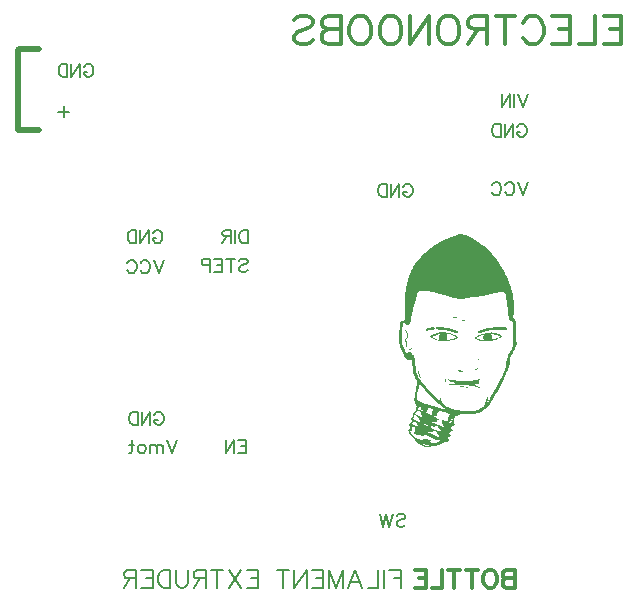
<source format=gbo>
G04 Layer: BottomSilkscreenLayer*
G04 EasyEDA v6.5.9, 2022-07-29 15:21:59*
G04 d62bb8ad4e154c8097677c42ea29ab51,674c0623d3a246009f606e19fc16e94a,10*
G04 Gerber Generator version 0.2*
G04 Scale: 100 percent, Rotated: No, Reflected: No *
G04 Dimensions in millimeters *
G04 leading zeros omitted , absolute positions ,4 integer and 5 decimal *
%FSLAX45Y45*%
%MOMM*%

%ADD10C,0.1524*%
%ADD11C,0.3000*%
%ADD12C,0.2000*%
%ADD13C,0.5000*%

%LPD*%
G36*
X3992321Y-1924710D02*
G01*
X3987850Y-1925015D01*
X3983177Y-1925726D01*
X3972509Y-1928317D01*
X3946398Y-1936597D01*
X3922014Y-1945335D01*
X3897985Y-1954987D01*
X3874363Y-1965452D01*
X3862730Y-1970989D01*
X3839819Y-1982724D01*
X3828491Y-1988921D01*
X3811778Y-1998573D01*
X3800754Y-2005279D01*
X3779113Y-2019300D01*
X3768496Y-2026615D01*
X3752748Y-2037943D01*
X3742436Y-2045766D01*
X3727196Y-2057857D01*
X3717239Y-2066137D01*
X3697630Y-2083358D01*
X3675126Y-2104491D01*
X3664559Y-2114804D01*
X3654907Y-2124608D01*
X3646068Y-2134006D01*
X3637991Y-2143099D01*
X3630523Y-2151938D01*
X3623614Y-2160778D01*
X3617163Y-2169566D01*
X3611118Y-2178507D01*
X3605326Y-2187752D01*
X3599789Y-2197303D01*
X3594354Y-2207310D01*
X3583940Y-2228291D01*
X3577336Y-2243023D01*
X3569208Y-2263394D01*
X3561842Y-2284577D01*
X3558387Y-2295499D01*
X3552088Y-2318054D01*
X3549192Y-2329688D01*
X3543960Y-2353716D01*
X3539439Y-2378710D01*
X3535578Y-2404719D01*
X3532428Y-2431897D01*
X3529939Y-2460142D01*
X3528161Y-2489555D01*
X3527044Y-2520188D01*
X3526586Y-2552039D01*
X3526180Y-2653080D01*
X3509162Y-2658160D01*
X3501542Y-2661005D01*
X3498291Y-2662732D01*
X3495446Y-2664764D01*
X3492957Y-2667152D01*
X3490772Y-2669946D01*
X3488944Y-2673248D01*
X3487369Y-2677058D01*
X3486048Y-2681478D01*
X3484981Y-2686558D01*
X3483508Y-2698953D01*
X3482746Y-2714701D01*
X3482136Y-2754020D01*
X3481019Y-2772003D01*
X3479393Y-2786227D01*
X3478428Y-2791358D01*
X3476294Y-2797911D01*
X3475532Y-2801416D01*
X3474974Y-2805328D01*
X3474820Y-2815082D01*
X3503269Y-2815082D01*
X3503422Y-2800908D01*
X3504793Y-2764028D01*
X3507130Y-2717444D01*
X3508349Y-2701188D01*
X3509924Y-2690368D01*
X3510889Y-2686659D01*
X3512007Y-2683814D01*
X3513328Y-2681732D01*
X3514902Y-2680258D01*
X3516731Y-2679242D01*
X3518865Y-2678480D01*
X3523894Y-2677820D01*
X3528720Y-2678785D01*
X3533444Y-2681427D01*
X3543096Y-2690317D01*
X3548176Y-2692958D01*
X3553206Y-2693822D01*
X3558133Y-2692908D01*
X3562756Y-2690317D01*
X3566972Y-2686050D01*
X3570630Y-2680157D01*
X3573576Y-2672689D01*
X3576370Y-2662885D01*
X3583787Y-2632608D01*
X3589121Y-2608732D01*
X3600653Y-2561742D01*
X3620566Y-2484628D01*
X3634841Y-2431796D01*
X3639667Y-2414981D01*
X3640734Y-2412644D01*
X3642461Y-2410815D01*
X3645204Y-2409393D01*
X3649218Y-2408428D01*
X3654806Y-2407767D01*
X3662273Y-2407412D01*
X3684066Y-2407462D01*
X3711448Y-2408174D01*
X3723843Y-2408834D01*
X3735679Y-2409748D01*
X3747008Y-2410968D01*
X3758133Y-2412441D01*
X3769207Y-2414270D01*
X3780332Y-2416505D01*
X3791813Y-2419096D01*
X3803700Y-2422144D01*
X3829558Y-2429662D01*
X3892092Y-2449779D01*
X3906926Y-2454148D01*
X3920947Y-2457958D01*
X3934155Y-2461260D01*
X3946702Y-2464003D01*
X3958742Y-2466238D01*
X3970324Y-2467965D01*
X3981551Y-2469184D01*
X3992524Y-2469946D01*
X4003395Y-2470251D01*
X4014215Y-2470099D01*
X4025087Y-2469489D01*
X4036161Y-2468473D01*
X4047490Y-2467102D01*
X4186834Y-2444191D01*
X4224731Y-2437434D01*
X4253382Y-2431897D01*
X4290974Y-2423769D01*
X4309262Y-2420213D01*
X4325874Y-2417775D01*
X4333494Y-2416962D01*
X4347311Y-2416200D01*
X4353407Y-2416251D01*
X4358944Y-2416556D01*
X4363872Y-2417165D01*
X4368190Y-2418029D01*
X4371898Y-2419146D01*
X4374896Y-2420569D01*
X4377232Y-2422296D01*
X4378807Y-2424277D01*
X4380890Y-2429611D01*
X4383024Y-2438196D01*
X4385005Y-2448814D01*
X4386529Y-2460294D01*
X4398060Y-2565095D01*
X4402277Y-2599740D01*
X4405884Y-2624632D01*
X4407560Y-2633878D01*
X4409236Y-2641244D01*
X4410913Y-2646984D01*
X4412589Y-2651201D01*
X4414367Y-2654147D01*
X4416298Y-2655976D01*
X4417263Y-2656586D01*
X4419447Y-2657144D01*
X4421835Y-2657094D01*
X4430014Y-2655722D01*
X4433824Y-2655874D01*
X4436922Y-2656636D01*
X4438802Y-2658059D01*
X4439259Y-2659634D01*
X4440224Y-2668016D01*
X4442358Y-2703626D01*
X4444593Y-2759913D01*
X4447082Y-2851454D01*
X4446981Y-2855417D01*
X4446422Y-2859786D01*
X4445457Y-2864510D01*
X4442510Y-2874670D01*
X4438294Y-2885490D01*
X4433112Y-2896463D01*
X4427118Y-2907182D01*
X4420565Y-2917088D01*
X4417110Y-2921609D01*
X4408474Y-2931414D01*
X4406849Y-2934004D01*
X4405223Y-2937256D01*
X4403648Y-2941167D01*
X4400499Y-2951327D01*
X4397349Y-2964637D01*
X4393996Y-2981502D01*
X4387646Y-3018891D01*
X4384751Y-3033979D01*
X4381703Y-3047695D01*
X4378502Y-3060293D01*
X4374997Y-3072079D01*
X4371187Y-3083306D01*
X4366920Y-3094228D01*
X4358233Y-3113582D01*
X4348124Y-3134156D01*
X4335678Y-3158490D01*
X4306417Y-3213506D01*
X4275734Y-3269234D01*
X4261510Y-3294329D01*
X4248912Y-3316020D01*
X4238548Y-3333140D01*
X4231081Y-3344468D01*
X4228642Y-3347618D01*
X4216400Y-3361486D01*
X4227982Y-3330448D01*
X4231436Y-3318865D01*
X4234027Y-3307587D01*
X4235450Y-3297885D01*
X4235602Y-3294126D01*
X4235500Y-3289909D01*
X4235094Y-3287369D01*
X4234383Y-3286607D01*
X4233265Y-3287725D01*
X4231741Y-3290773D01*
X4227017Y-3303168D01*
X4214215Y-3339846D01*
X4208475Y-3354171D01*
X4202887Y-3366008D01*
X4199991Y-3371087D01*
X4197045Y-3375710D01*
X4193997Y-3379927D01*
X4190695Y-3383787D01*
X4187240Y-3387293D01*
X4183481Y-3390595D01*
X4179417Y-3393694D01*
X4170222Y-3399434D01*
X4159300Y-3405022D01*
X4146346Y-3410864D01*
X4134408Y-3415792D01*
X4123893Y-3419348D01*
X4118864Y-3420668D01*
X4113733Y-3421735D01*
X4102862Y-3423208D01*
X4090162Y-3423869D01*
X4074617Y-3424021D01*
X4060240Y-3423767D01*
X4045965Y-3423158D01*
X4031843Y-3422192D01*
X4017873Y-3420872D01*
X4004157Y-3419195D01*
X3990644Y-3417214D01*
X3977487Y-3414877D01*
X3964686Y-3412286D01*
X3952240Y-3409340D01*
X3940251Y-3406140D01*
X3928770Y-3402685D01*
X3917797Y-3398977D01*
X3907383Y-3394964D01*
X3897629Y-3390747D01*
X3888536Y-3386328D01*
X3880104Y-3381654D01*
X3872484Y-3376828D01*
X3865626Y-3371748D01*
X3858361Y-3365754D01*
X3852519Y-3360470D01*
X3847846Y-3355441D01*
X3844086Y-3350361D01*
X3840987Y-3344824D01*
X3838397Y-3338525D01*
X3836009Y-3331006D01*
X3826001Y-3291789D01*
X3828694Y-3330194D01*
X3828084Y-3336594D01*
X3825189Y-3336848D01*
X3819296Y-3332581D01*
X3814470Y-3328466D01*
X3808323Y-3322828D01*
X3792728Y-3307587D01*
X3773779Y-3288284D01*
X3752799Y-3266287D01*
X3725773Y-3237230D01*
X3705047Y-3214420D01*
X3686606Y-3193491D01*
X3671671Y-3175914D01*
X3665982Y-3168802D01*
X3653891Y-3152292D01*
X3648303Y-3143910D01*
X3643376Y-3135731D01*
X3639058Y-3127603D01*
X3635248Y-3119323D01*
X3631895Y-3110585D01*
X3628948Y-3101289D01*
X3626358Y-3091129D01*
X3623970Y-3080004D01*
X3621836Y-3067608D01*
X3619804Y-3053740D01*
X3615893Y-3020923D01*
X3611219Y-2979267D01*
X3609035Y-2965145D01*
X3607917Y-2959912D01*
X3606749Y-2955798D01*
X3605529Y-2952597D01*
X3604209Y-2950210D01*
X3602736Y-2948533D01*
X3601110Y-2947416D01*
X3595776Y-2945485D01*
X3592880Y-2943453D01*
X3590899Y-2941015D01*
X3589324Y-2935071D01*
X3586886Y-2931617D01*
X3583279Y-2928315D01*
X3578860Y-2925368D01*
X3573983Y-2922981D01*
X3569004Y-2921304D01*
X3564280Y-2920644D01*
X3560114Y-2921152D01*
X3556406Y-2922676D01*
X3552494Y-2924911D01*
X3548837Y-2927553D01*
X3545941Y-2930245D01*
X3544163Y-2931566D01*
X3542233Y-2931464D01*
X3540048Y-2929890D01*
X3537508Y-2926588D01*
X3534460Y-2921406D01*
X3530854Y-2914243D01*
X3516833Y-2882188D01*
X3512972Y-2872536D01*
X3509822Y-2863799D01*
X3507384Y-2855366D01*
X3505555Y-2846781D01*
X3504285Y-2837535D01*
X3503523Y-2827121D01*
X3503269Y-2815082D01*
X3474820Y-2815082D01*
X3475685Y-2824632D01*
X3477615Y-2836316D01*
X3480562Y-2849270D01*
X3484575Y-2863392D01*
X3489604Y-2878531D01*
X3495548Y-2894685D01*
X3502507Y-2911754D01*
X3511042Y-2931058D01*
X3519779Y-2949092D01*
X3523894Y-2956763D01*
X3527856Y-2963570D01*
X3531666Y-2969514D01*
X3535426Y-2974644D01*
X3539134Y-2979064D01*
X3542842Y-2982671D01*
X3546500Y-2985617D01*
X3550259Y-2987903D01*
X3554069Y-2989529D01*
X3557981Y-2990545D01*
X3561994Y-2991053D01*
X3566210Y-2990951D01*
X3574491Y-2989732D01*
X3577742Y-2989478D01*
X3580485Y-2989783D01*
X3582822Y-2990799D01*
X3584701Y-2992628D01*
X3586276Y-2995472D01*
X3587597Y-2999536D01*
X3588715Y-3004972D01*
X3589731Y-3011881D01*
X3591661Y-3030880D01*
X3593490Y-3051606D01*
X3595471Y-3067710D01*
X3598062Y-3083102D01*
X3601212Y-3097631D01*
X3604869Y-3111195D01*
X3609035Y-3123641D01*
X3611270Y-3129432D01*
X3616096Y-3139998D01*
X3623513Y-3152800D01*
X3627018Y-3159912D01*
X3628288Y-3163570D01*
X3629304Y-3167380D01*
X3630015Y-3171494D01*
X3630422Y-3175863D01*
X3630574Y-3180689D01*
X3630371Y-3186023D01*
X3629101Y-3198368D01*
X3626612Y-3213557D01*
X3622954Y-3232200D01*
X3618636Y-3252774D01*
X3615131Y-3270707D01*
X3612489Y-3286607D01*
X3610711Y-3300729D01*
X3609701Y-3314903D01*
X3627628Y-3314903D01*
X3627882Y-3306368D01*
X3629101Y-3295751D01*
X3631133Y-3283051D01*
X3633978Y-3268522D01*
X3637686Y-3252165D01*
X3646322Y-3218637D01*
X3652316Y-3197098D01*
X3653434Y-3193796D01*
X3656025Y-3196234D01*
X3662527Y-3203143D01*
X3700475Y-3245561D01*
X3720287Y-3266592D01*
X3741623Y-3288487D01*
X3774389Y-3321050D01*
X3795420Y-3341166D01*
X3814673Y-3358997D01*
X3831183Y-3373577D01*
X3844036Y-3383991D01*
X3857701Y-3393389D01*
X3864660Y-3398621D01*
X3869029Y-3402431D01*
X3870096Y-3404362D01*
X3869283Y-3404615D01*
X3865626Y-3404463D01*
X3859428Y-3403447D01*
X3851046Y-3401669D01*
X3828745Y-3396132D01*
X3801110Y-3388512D01*
X3770426Y-3379571D01*
X3739134Y-3369970D01*
X3709466Y-3360420D01*
X3683914Y-3351580D01*
X3664712Y-3344164D01*
X3650234Y-3337306D01*
X3640632Y-3332226D01*
X3633470Y-3327857D01*
X3629710Y-3324860D01*
X3628847Y-3323285D01*
X3628186Y-3321100D01*
X3627780Y-3318256D01*
X3627628Y-3314903D01*
X3609701Y-3314903D01*
X3609594Y-3324301D01*
X3610305Y-3334156D01*
X3611829Y-3342995D01*
X3612896Y-3347110D01*
X3615690Y-3354781D01*
X3619246Y-3361944D01*
X3624529Y-3371850D01*
X3626815Y-3378708D01*
X3626256Y-3383991D01*
X3620719Y-3393236D01*
X3619093Y-3398570D01*
X3618810Y-3401212D01*
X3637330Y-3401212D01*
X3640988Y-3399790D01*
X3644290Y-3396640D01*
X3647338Y-3391966D01*
X3652113Y-3380333D01*
X3655009Y-3375253D01*
X3658158Y-3371392D01*
X3661156Y-3369462D01*
X3664254Y-3369462D01*
X3665728Y-3372256D01*
X3665728Y-3378403D01*
X3662679Y-3400806D01*
X3662883Y-3404920D01*
X3663950Y-3408121D01*
X3666185Y-3410813D01*
X3669741Y-3413302D01*
X3674872Y-3415995D01*
X3691636Y-3423564D01*
X3699662Y-3426561D01*
X3706012Y-3428034D01*
X3710940Y-3428085D01*
X3714699Y-3426612D01*
X3717493Y-3423564D01*
X3719626Y-3418890D01*
X3722674Y-3406698D01*
X3724351Y-3402279D01*
X3726535Y-3399231D01*
X3729482Y-3397453D01*
X3733444Y-3396894D01*
X3738676Y-3397453D01*
X3745331Y-3399028D01*
X3753764Y-3401517D01*
X3761333Y-3404362D01*
X3765804Y-3407257D01*
X3767582Y-3410458D01*
X3766820Y-3414318D01*
X3759454Y-3431540D01*
X3757320Y-3437686D01*
X3756151Y-3442563D01*
X3755898Y-3446424D01*
X3756507Y-3449675D01*
X3757929Y-3452520D01*
X3763721Y-3459429D01*
X3764127Y-3460242D01*
X3763924Y-3460648D01*
X3763060Y-3460699D01*
X3758895Y-3459378D01*
X3750665Y-3455974D01*
X3718864Y-3441598D01*
X3677107Y-3422294D01*
X3662781Y-3415385D01*
X3651148Y-3409492D01*
X3642715Y-3404920D01*
X3638092Y-3402025D01*
X3637330Y-3401212D01*
X3618810Y-3401212D01*
X3618484Y-3404260D01*
X3619754Y-3415842D01*
X3618636Y-3420313D01*
X3615436Y-3423665D01*
X3603853Y-3429711D01*
X3599942Y-3434384D01*
X3597554Y-3441446D01*
X3596949Y-3446170D01*
X3609136Y-3446170D01*
X3610406Y-3438956D01*
X3613658Y-3434486D01*
X3623970Y-3429000D01*
X3627882Y-3425901D01*
X3630777Y-3422548D01*
X3632250Y-3419246D01*
X3633520Y-3415487D01*
X3636010Y-3414369D01*
X3640836Y-3415944D01*
X3649116Y-3420313D01*
X3655060Y-3424224D01*
X3659632Y-3428492D01*
X3662375Y-3432606D01*
X3662934Y-3436162D01*
X3662781Y-3439515D01*
X3663543Y-3443224D01*
X3665067Y-3446830D01*
X3669233Y-3452723D01*
X3670452Y-3455720D01*
X3670757Y-3458514D01*
X3670046Y-3460750D01*
X3670300Y-3463290D01*
X3673195Y-3466846D01*
X3678224Y-3471011D01*
X3684981Y-3475278D01*
X3691940Y-3479342D01*
X3697681Y-3483000D01*
X3701542Y-3485845D01*
X3702964Y-3487470D01*
X3702151Y-3487928D01*
X3699814Y-3487420D01*
X3696157Y-3486099D01*
X3686048Y-3481374D01*
X3673601Y-3474618D01*
X3664051Y-3469030D01*
X3655974Y-3465017D01*
X3646271Y-3460800D01*
X3636111Y-3456838D01*
X3609187Y-3447694D01*
X3609136Y-3446170D01*
X3596949Y-3446170D01*
X3594963Y-3460648D01*
X3592779Y-3468268D01*
X3589782Y-3474212D01*
X3586226Y-3477971D01*
X3582060Y-3481324D01*
X3580434Y-3484930D01*
X3581152Y-3489147D01*
X3595573Y-3489147D01*
X3597097Y-3485134D01*
X3602888Y-3481628D01*
X3606342Y-3479241D01*
X3608476Y-3474669D01*
X3609441Y-3467506D01*
X3609187Y-3448202D01*
X3627374Y-3462985D01*
X3634790Y-3469640D01*
X3640937Y-3476244D01*
X3645052Y-3482035D01*
X3646576Y-3486251D01*
X3647033Y-3489198D01*
X3648252Y-3491636D01*
X3650081Y-3493262D01*
X3654298Y-3494582D01*
X3655568Y-3496513D01*
X3655974Y-3499358D01*
X3655147Y-3505758D01*
X3738829Y-3505758D01*
X3739896Y-3505250D01*
X3742690Y-3505657D01*
X3746906Y-3506876D01*
X3758437Y-3511092D01*
X3763111Y-3511905D01*
X3766413Y-3511194D01*
X3770884Y-3506927D01*
X3773424Y-3506114D01*
X3776472Y-3506470D01*
X3787952Y-3511448D01*
X3794404Y-3512108D01*
X3798773Y-3510127D01*
X3801160Y-3502761D01*
X3803345Y-3500577D01*
X3806596Y-3499053D01*
X3810609Y-3498545D01*
X3815842Y-3498240D01*
X3819042Y-3497326D01*
X3820210Y-3495852D01*
X3819347Y-3493719D01*
X3816400Y-3490874D01*
X3811320Y-3487420D01*
X3804158Y-3483254D01*
X3784955Y-3472992D01*
X3777234Y-3468319D01*
X3772458Y-3464763D01*
X3771341Y-3462832D01*
X3773119Y-3462375D01*
X3776116Y-3462731D01*
X3779926Y-3463848D01*
X3784142Y-3465576D01*
X3789934Y-3467557D01*
X3794251Y-3465829D01*
X3798417Y-3458972D01*
X3803802Y-3445764D01*
X3813149Y-3420973D01*
X3866845Y-3432962D01*
X3883355Y-3437026D01*
X3896512Y-3440684D01*
X3904640Y-3443478D01*
X3906367Y-3444392D01*
X3907028Y-3448050D01*
X3905910Y-3455365D01*
X3903218Y-3465271D01*
X3895496Y-3486708D01*
X3892956Y-3494582D01*
X3891584Y-3500577D01*
X3891534Y-3505098D01*
X3892804Y-3508349D01*
X3895394Y-3510584D01*
X3899357Y-3512108D01*
X3904742Y-3513226D01*
X3909822Y-3512921D01*
X3913886Y-3509518D01*
X3917543Y-3502050D01*
X3924808Y-3479292D01*
X3928313Y-3469944D01*
X3931615Y-3462578D01*
X3934409Y-3458210D01*
X3937304Y-3455263D01*
X3939641Y-3453231D01*
X3941470Y-3452215D01*
X3942791Y-3452164D01*
X3943604Y-3453129D01*
X3943858Y-3455009D01*
X3943604Y-3457905D01*
X3942791Y-3461765D01*
X3939641Y-3472383D01*
X3934358Y-3486912D01*
X3931564Y-3493922D01*
X3928668Y-3500475D01*
X3925773Y-3506419D01*
X3920388Y-3515817D01*
X3918000Y-3519017D01*
X3915968Y-3521049D01*
X3914343Y-3521760D01*
X3909364Y-3520846D01*
X3900728Y-3518357D01*
X3889603Y-3514648D01*
X3855161Y-3501948D01*
X3844848Y-3498545D01*
X3843832Y-3499865D01*
X3843477Y-3503422D01*
X3843680Y-3508756D01*
X3844391Y-3515156D01*
X3845560Y-3522167D01*
X3847033Y-3529177D01*
X3848760Y-3535679D01*
X3850690Y-3541014D01*
X3853332Y-3545992D01*
X3856482Y-3550513D01*
X3859784Y-3554018D01*
X3864406Y-3556914D01*
X3863797Y-3557270D01*
X3856736Y-3556254D01*
X3849725Y-3554171D01*
X3838600Y-3550158D01*
X3808628Y-3538118D01*
X3775913Y-3524148D01*
X3749649Y-3512058D01*
X3741724Y-3507943D01*
X3739591Y-3506571D01*
X3738829Y-3505758D01*
X3655147Y-3505758D01*
X3655009Y-3507282D01*
X3656736Y-3510991D01*
X3660901Y-3514293D01*
X3673754Y-3519830D01*
X3679088Y-3522472D01*
X3683152Y-3524961D01*
X3685438Y-3526993D01*
X3685946Y-3528263D01*
X3685387Y-3528923D01*
X3683812Y-3528974D01*
X3681323Y-3528466D01*
X3673957Y-3525875D01*
X3663950Y-3521456D01*
X3652012Y-3515512D01*
X3628390Y-3502660D01*
X3618433Y-3498087D01*
X3610101Y-3494989D01*
X3598113Y-3492500D01*
X3595573Y-3489147D01*
X3581152Y-3489147D01*
X3581247Y-3489706D01*
X3587648Y-3504234D01*
X3587851Y-3509518D01*
X3584346Y-3514293D01*
X3568852Y-3526434D01*
X3567509Y-3528314D01*
X3584854Y-3528314D01*
X3585413Y-3526688D01*
X3591001Y-3522929D01*
X3594455Y-3519678D01*
X3597452Y-3516020D01*
X3601770Y-3507740D01*
X3604514Y-3506114D01*
X3609187Y-3507384D01*
X3617112Y-3511499D01*
X3622548Y-3515156D01*
X3627069Y-3519322D01*
X3630066Y-3523487D01*
X3631184Y-3527196D01*
X3631641Y-3530498D01*
X3632512Y-3532886D01*
X3692702Y-3532886D01*
X3693058Y-3531615D01*
X3693464Y-3531209D01*
X3693972Y-3531057D01*
X3696766Y-3532073D01*
X3701897Y-3534664D01*
X3715765Y-3542588D01*
X3728465Y-3550462D01*
X3732072Y-3553104D01*
X3732733Y-3554120D01*
X3729736Y-3553358D01*
X3724605Y-3551224D01*
X3718102Y-3548176D01*
X3704183Y-3540760D01*
X3698341Y-3537305D01*
X3694226Y-3534562D01*
X3692702Y-3532886D01*
X3632512Y-3532886D01*
X3632809Y-3533698D01*
X3634536Y-3536391D01*
X3638600Y-3539845D01*
X3639820Y-3542029D01*
X3640277Y-3544468D01*
X3639769Y-3546906D01*
X3640632Y-3550107D01*
X3644696Y-3554628D01*
X3646915Y-3556406D01*
X3748836Y-3556406D01*
X3748989Y-3554476D01*
X3750310Y-3552951D01*
X3752748Y-3551885D01*
X3756355Y-3551377D01*
X3761130Y-3551478D01*
X3774795Y-3553256D01*
X3780434Y-3553206D01*
X3783837Y-3552190D01*
X3784955Y-3550158D01*
X3785260Y-3548176D01*
X3786124Y-3546652D01*
X3787343Y-3545687D01*
X3788816Y-3545535D01*
X3798773Y-3547465D01*
X3805529Y-3550158D01*
X3809390Y-3553764D01*
X3811208Y-3560724D01*
X3878986Y-3560724D01*
X3879799Y-3558895D01*
X3881424Y-3557117D01*
X3883558Y-3555644D01*
X3885844Y-3554628D01*
X3888079Y-3554272D01*
X3889857Y-3554628D01*
X3890772Y-3555644D01*
X3890873Y-3557117D01*
X3890060Y-3558895D01*
X3888435Y-3560724D01*
X3886301Y-3562197D01*
X3884015Y-3563162D01*
X3881780Y-3563569D01*
X3880002Y-3563162D01*
X3879087Y-3562197D01*
X3878986Y-3560724D01*
X3811208Y-3560724D01*
X3811625Y-3562350D01*
X3814368Y-3567125D01*
X3818432Y-3572052D01*
X3830421Y-3583178D01*
X3835247Y-3589528D01*
X3837025Y-3594252D01*
X3834942Y-3595979D01*
X3832402Y-3595624D01*
X3824071Y-3593490D01*
X3812743Y-3589934D01*
X3799890Y-3585514D01*
X3787038Y-3580637D01*
X3775557Y-3575913D01*
X3770884Y-3573779D01*
X3764483Y-3570478D01*
X3759200Y-3567277D01*
X3754983Y-3564229D01*
X3751834Y-3561334D01*
X3749751Y-3558743D01*
X3748836Y-3556406D01*
X3646915Y-3556406D01*
X3651351Y-3559962D01*
X3659936Y-3565448D01*
X3668674Y-3570630D01*
X3675837Y-3575253D01*
X3680663Y-3578809D01*
X3682441Y-3580790D01*
X3681526Y-3581196D01*
X3679088Y-3580485D01*
X3675379Y-3578860D01*
X3657600Y-3569208D01*
X3608070Y-3544062D01*
X3599434Y-3539490D01*
X3592931Y-3535730D01*
X3588410Y-3532733D01*
X3585768Y-3530295D01*
X3584854Y-3528314D01*
X3567509Y-3528314D01*
X3565296Y-3531412D01*
X3565347Y-3537153D01*
X3571189Y-3553510D01*
X3571646Y-3559606D01*
X3569512Y-3565093D01*
X3560267Y-3577336D01*
X3558032Y-3582619D01*
X3557927Y-3584143D01*
X3570122Y-3584143D01*
X3570325Y-3580384D01*
X3571900Y-3577437D01*
X3574796Y-3575151D01*
X3576777Y-3574796D01*
X3578402Y-3575862D01*
X3579520Y-3578199D01*
X3580333Y-3585413D01*
X3581450Y-3588969D01*
X3583076Y-3591915D01*
X3585057Y-3593744D01*
X3587191Y-3593439D01*
X3588816Y-3590086D01*
X3589832Y-3583990D01*
X3590442Y-3568192D01*
X3591204Y-3562553D01*
X3592525Y-3558387D01*
X3594506Y-3555695D01*
X3597198Y-3554425D01*
X3600653Y-3554476D01*
X3604920Y-3555847D01*
X3610101Y-3558489D01*
X3612438Y-3561283D01*
X3613810Y-3565956D01*
X3614267Y-3572052D01*
X3613861Y-3578961D01*
X3612642Y-3586124D01*
X3610821Y-3592474D01*
X3710330Y-3592474D01*
X3712006Y-3592220D01*
X3715105Y-3592829D01*
X3719118Y-3594201D01*
X3729329Y-3598570D01*
X3733444Y-3599332D01*
X3736441Y-3598519D01*
X3741165Y-3593693D01*
X3744163Y-3592829D01*
X3748074Y-3593439D01*
X3761638Y-3599332D01*
X3766616Y-3600348D01*
X3769004Y-3598519D01*
X3770376Y-3589172D01*
X3773220Y-3587445D01*
X3779062Y-3588562D01*
X3788816Y-3592474D01*
X3793286Y-3595065D01*
X3796944Y-3598367D01*
X3799433Y-3601974D01*
X3800348Y-3605529D01*
X3800906Y-3609035D01*
X3802430Y-3612743D01*
X3804716Y-3616147D01*
X3810457Y-3621633D01*
X3813251Y-3625240D01*
X3815587Y-3629151D01*
X3817162Y-3633012D01*
X3818077Y-3637686D01*
X3816299Y-3639515D01*
X3810457Y-3638600D01*
X3799027Y-3635146D01*
X3788105Y-3631184D01*
X3774490Y-3625545D01*
X3759504Y-3618890D01*
X3744468Y-3611829D01*
X3730701Y-3605022D01*
X3719576Y-3599129D01*
X3712362Y-3594709D01*
X3710635Y-3593287D01*
X3710330Y-3592474D01*
X3610821Y-3592474D01*
X3608019Y-3599129D01*
X3604768Y-3603904D01*
X3603294Y-3606546D01*
X3603802Y-3609187D01*
X3606139Y-3611829D01*
X3610356Y-3614369D01*
X3616451Y-3616858D01*
X3624275Y-3619246D01*
X3633825Y-3621532D01*
X3655364Y-3625596D01*
X3673195Y-3629558D01*
X3682593Y-3632047D01*
X3685387Y-3631742D01*
X3687064Y-3630066D01*
X3688283Y-3623411D01*
X3691534Y-3622192D01*
X3698900Y-3623462D01*
X3711905Y-3627170D01*
X3717086Y-3628847D01*
X3727704Y-3633012D01*
X3737762Y-3637787D01*
X3746042Y-3642614D01*
X3753002Y-3647592D01*
X3757879Y-3650487D01*
X3763619Y-3653383D01*
X3776929Y-3659022D01*
X3791356Y-3664051D01*
X3805529Y-3667963D01*
X3812032Y-3669334D01*
X3817975Y-3670198D01*
X3827272Y-3671011D01*
X3827779Y-3672128D01*
X3824376Y-3674211D01*
X3816959Y-3677361D01*
X3810203Y-3680510D01*
X3804208Y-3684168D01*
X3799586Y-3687978D01*
X3795268Y-3693820D01*
X3792270Y-3695446D01*
X3788105Y-3696258D01*
X3782822Y-3696309D01*
X3776319Y-3695496D01*
X3768648Y-3693922D01*
X3759809Y-3691534D01*
X3749801Y-3688283D01*
X3744112Y-3685997D01*
X3741369Y-3683711D01*
X3741267Y-3681069D01*
X3743655Y-3677716D01*
X3745839Y-3675126D01*
X3747008Y-3673043D01*
X3746754Y-3671163D01*
X3744823Y-3669385D01*
X3740912Y-3667455D01*
X3734714Y-3665220D01*
X3714140Y-3658920D01*
X3698900Y-3654653D01*
X3693769Y-3653586D01*
X3689959Y-3653180D01*
X3687013Y-3653536D01*
X3684676Y-3654602D01*
X3682593Y-3656380D01*
X3678326Y-3661308D01*
X3676142Y-3663035D01*
X3673652Y-3664000D01*
X3670401Y-3664153D01*
X3666083Y-3663543D01*
X3660292Y-3662070D01*
X3643071Y-3656634D01*
X3631133Y-3652418D01*
X3626104Y-3650335D01*
X3621633Y-3648201D01*
X3617569Y-3645966D01*
X3613810Y-3643426D01*
X3610203Y-3640632D01*
X3606647Y-3637432D01*
X3603040Y-3633774D01*
X3595268Y-3624681D01*
X3583686Y-3609594D01*
X3578047Y-3601415D01*
X3573932Y-3594557D01*
X3571290Y-3588816D01*
X3570122Y-3584143D01*
X3557927Y-3584143D01*
X3557676Y-3587800D01*
X3559251Y-3593287D01*
X3562299Y-3599383D01*
X3566820Y-3606698D01*
X3572662Y-3615029D01*
X3579672Y-3624122D01*
X3587648Y-3633876D01*
X3596386Y-3644036D01*
X3605834Y-3654450D01*
X3615740Y-3664864D01*
X3625951Y-3675126D01*
X3642142Y-3690365D01*
X3658260Y-3690365D01*
X3659733Y-3689807D01*
X3663086Y-3690213D01*
X3668725Y-3691686D01*
X3688334Y-3698036D01*
X3714242Y-3707028D01*
X3728567Y-3712464D01*
X3731920Y-3714140D01*
X3732936Y-3715308D01*
X3731717Y-3716020D01*
X3728516Y-3716375D01*
X3723436Y-3716528D01*
X3718407Y-3716274D01*
X3712667Y-3715512D01*
X3706469Y-3714292D01*
X3699967Y-3712718D01*
X3693363Y-3710838D01*
X3686810Y-3708704D01*
X3674770Y-3703878D01*
X3669588Y-3701338D01*
X3665220Y-3698849D01*
X3661867Y-3696411D01*
X3659733Y-3694125D01*
X3658362Y-3691839D01*
X3658260Y-3690365D01*
X3642142Y-3690365D01*
X3652012Y-3699001D01*
X3661460Y-3706469D01*
X3665982Y-3709670D01*
X3670452Y-3712514D01*
X3674922Y-3715054D01*
X3683914Y-3719169D01*
X3688537Y-3720744D01*
X3693312Y-3722065D01*
X3698290Y-3723081D01*
X3703472Y-3723843D01*
X3714699Y-3724656D01*
X3727399Y-3724452D01*
X3741826Y-3723386D01*
X3758336Y-3721557D01*
X3777284Y-3719017D01*
X3783584Y-3718001D01*
X3796334Y-3715054D01*
X3802684Y-3713226D01*
X3814724Y-3709009D01*
X3825290Y-3704285D01*
X3829812Y-3701897D01*
X3833672Y-3699459D01*
X3836822Y-3697020D01*
X3839108Y-3694684D01*
X3842969Y-3691991D01*
X3849370Y-3689553D01*
X3857447Y-3687622D01*
X3874058Y-3685692D01*
X3881069Y-3684320D01*
X3887215Y-3682492D01*
X3892499Y-3680256D01*
X3896868Y-3677716D01*
X3900170Y-3674973D01*
X3902354Y-3672027D01*
X3903421Y-3668979D01*
X3903218Y-3665931D01*
X3901694Y-3662883D01*
X3898798Y-3659987D01*
X3891330Y-3655212D01*
X3889552Y-3652875D01*
X3889146Y-3650335D01*
X3890060Y-3647694D01*
X3892245Y-3645052D01*
X3895648Y-3642461D01*
X3900220Y-3639972D01*
X3905961Y-3637737D01*
X3910634Y-3635654D01*
X3914190Y-3633114D01*
X3916578Y-3630218D01*
X3917797Y-3627170D01*
X3917797Y-3624072D01*
X3916578Y-3621024D01*
X3914140Y-3618229D01*
X3907180Y-3613505D01*
X3905402Y-3610762D01*
X3905046Y-3607663D01*
X3905910Y-3604412D01*
X3908044Y-3601110D01*
X3911295Y-3597859D01*
X3915664Y-3594811D01*
X3929379Y-3587800D01*
X3932986Y-3583432D01*
X3932021Y-3578656D01*
X3923436Y-3570173D01*
X3921810Y-3566668D01*
X3921404Y-3562858D01*
X3922268Y-3558946D01*
X3924249Y-3555136D01*
X3927348Y-3551478D01*
X3931513Y-3548278D01*
X3936644Y-3545636D01*
X3944620Y-3540963D01*
X3948429Y-3535375D01*
X3947922Y-3529228D01*
X3943045Y-3522827D01*
X3940606Y-3518865D01*
X3940301Y-3512565D01*
X3942232Y-3503015D01*
X3946398Y-3489350D01*
X3951427Y-3475634D01*
X3953713Y-3470757D01*
X3955948Y-3467049D01*
X3958234Y-3464356D01*
X3960622Y-3462629D01*
X3963212Y-3461664D01*
X3970883Y-3460699D01*
X3976268Y-3458972D01*
X3981653Y-3456381D01*
X3988511Y-3451606D01*
X3991000Y-3450234D01*
X3993946Y-3449065D01*
X3997451Y-3448050D01*
X4001668Y-3447237D01*
X4012895Y-3446018D01*
X4028694Y-3445357D01*
X4092143Y-3444748D01*
X4106722Y-3444341D01*
X4118508Y-3443630D01*
X4128160Y-3442512D01*
X4136339Y-3440937D01*
X4143756Y-3438855D01*
X4151071Y-3436112D01*
X4168546Y-3428187D01*
X4177080Y-3423665D01*
X4185310Y-3418890D01*
X4193235Y-3413810D01*
X4200906Y-3408273D01*
X4208424Y-3402228D01*
X4215790Y-3395675D01*
X4223105Y-3388512D01*
X4230370Y-3380638D01*
X4237685Y-3372053D01*
X4245102Y-3362706D01*
X4252620Y-3352495D01*
X4260392Y-3341319D01*
X4268368Y-3329178D01*
X4276648Y-3316020D01*
X4294327Y-3286251D01*
X4313885Y-3251504D01*
X4333951Y-3214573D01*
X4351629Y-3180994D01*
X4367022Y-3150412D01*
X4380179Y-3122676D01*
X4386021Y-3109722D01*
X4396130Y-3085592D01*
X4400448Y-3074314D01*
X4404309Y-3063494D01*
X4407712Y-3053130D01*
X4410710Y-3043174D01*
X4413250Y-3033572D01*
X4415434Y-3024276D01*
X4417161Y-3015335D01*
X4418584Y-3006598D01*
X4419600Y-2998114D01*
X4420260Y-2989834D01*
X4420819Y-2972257D01*
X4421479Y-2967177D01*
X4422698Y-2962148D01*
X4424476Y-2957118D01*
X4426864Y-2951988D01*
X4429912Y-2946552D01*
X4433722Y-2940761D01*
X4442002Y-2929128D01*
X4445965Y-2922981D01*
X4453890Y-2909163D01*
X4461052Y-2894787D01*
X4464100Y-2887929D01*
X4469790Y-2872587D01*
X4472127Y-2865018D01*
X4473702Y-2858414D01*
X4474565Y-2852318D01*
X4474718Y-2846222D01*
X4474159Y-2839720D01*
X4473041Y-2832252D01*
X4470654Y-2820162D01*
X4469536Y-2811627D01*
X4468469Y-2800908D01*
X4466844Y-2774492D01*
X4465980Y-2744266D01*
X4465828Y-2728772D01*
X4466031Y-2704642D01*
X4465980Y-2679242D01*
X4465421Y-2662224D01*
X4464812Y-2656179D01*
X4463948Y-2651455D01*
X4462780Y-2647696D01*
X4461306Y-2644749D01*
X4459478Y-2642311D01*
X4448302Y-2632151D01*
X4445355Y-2626715D01*
X4445203Y-2619705D01*
X4447895Y-2607005D01*
X4448759Y-2600502D01*
X4449470Y-2591816D01*
X4449978Y-2581300D01*
X4450435Y-2556103D01*
X4450130Y-2527858D01*
X4448911Y-2496667D01*
X4448098Y-2482951D01*
X4447082Y-2470658D01*
X4445812Y-2459329D01*
X4444238Y-2448610D01*
X4442307Y-2438095D01*
X4439920Y-2427427D01*
X4433620Y-2403906D01*
X4427728Y-2384196D01*
X4423613Y-2371191D01*
X4417110Y-2351989D01*
X4407865Y-2326843D01*
X4398060Y-2302306D01*
X4390288Y-2284222D01*
X4379366Y-2260701D01*
X4373727Y-2249170D01*
X4364939Y-2232152D01*
X4352798Y-2210003D01*
X4346498Y-2199182D01*
X4336796Y-2183282D01*
X4323384Y-2162657D01*
X4309414Y-2142693D01*
X4298645Y-2128164D01*
X4283811Y-2109470D01*
X4268520Y-2091486D01*
X4256684Y-2078482D01*
X4248708Y-2070049D01*
X4232300Y-2053793D01*
X4219752Y-2042109D01*
X4202582Y-2027224D01*
X4185005Y-2013153D01*
X4167022Y-1999945D01*
X4148632Y-1987550D01*
X4139285Y-1981657D01*
X4120286Y-1970582D01*
X4110685Y-1965350D01*
X4096054Y-1957933D01*
X4075531Y-1948586D01*
X4064304Y-1943912D01*
X4042613Y-1935683D01*
X4033367Y-1932533D01*
X4025900Y-1930400D01*
X4012133Y-1927098D01*
X4006494Y-1925929D01*
X4001414Y-1925167D01*
X3996791Y-1924761D01*
G37*
G36*
X3932885Y-2625801D02*
G01*
X3930142Y-2626360D01*
X3930497Y-2627680D01*
X3933647Y-2629814D01*
X3938422Y-2631541D01*
X3945839Y-2632862D01*
X3954830Y-2633624D01*
X3964381Y-2633776D01*
X3987444Y-2633268D01*
X3961536Y-2628442D01*
X3945128Y-2626360D01*
X3938778Y-2625852D01*
G37*
G36*
X4023360Y-2654249D02*
G01*
X4016095Y-2654350D01*
X4011472Y-2654808D01*
X4009898Y-2655417D01*
X4011726Y-2656230D01*
X4016095Y-2656890D01*
X4021429Y-2657144D01*
X4027017Y-2656941D01*
X4032250Y-2656332D01*
X4035145Y-2655570D01*
X4034434Y-2654909D01*
X4030370Y-2654401D01*
G37*
G36*
X3814572Y-2709976D02*
G01*
X3807714Y-2710180D01*
X3802024Y-2710789D01*
X3797452Y-2711856D01*
X3794048Y-2713380D01*
X3791762Y-2715310D01*
X3790594Y-2717698D01*
X3790492Y-2720594D01*
X3791458Y-2723896D01*
X3792728Y-2725521D01*
X3795014Y-2727045D01*
X3798417Y-2728417D01*
X3802989Y-2729687D01*
X3808679Y-2730804D01*
X3815587Y-2731820D01*
X3845153Y-2734868D01*
X3859174Y-2737002D01*
X3874465Y-2739847D01*
X3890111Y-2743149D01*
X3905351Y-2746806D01*
X3940606Y-2756763D01*
X3949242Y-2758948D01*
X3956558Y-2760522D01*
X3962704Y-2761538D01*
X3967734Y-2761996D01*
X3971798Y-2761843D01*
X3974896Y-2761183D01*
X3977132Y-2759913D01*
X3978656Y-2758135D01*
X3979519Y-2755747D01*
X3979773Y-2752852D01*
X3979468Y-2751328D01*
X3978605Y-2749753D01*
X3977233Y-2748178D01*
X3975252Y-2746502D01*
X3969867Y-2743098D01*
X3962603Y-2739593D01*
X3953560Y-2736037D01*
X3942943Y-2732430D01*
X3930904Y-2728925D01*
X3917543Y-2725470D01*
X3903014Y-2722219D01*
X3887520Y-2719070D01*
X3871214Y-2716174D01*
X3854196Y-2713583D01*
X3831945Y-2710942D01*
X3822649Y-2710230D01*
G37*
G36*
X4339590Y-2710180D02*
G01*
X4325315Y-2710383D01*
X4310380Y-2710992D01*
X4295089Y-2712059D01*
X4279595Y-2713532D01*
X4263999Y-2715310D01*
X4248607Y-2717444D01*
X4233570Y-2719882D01*
X4219092Y-2722524D01*
X4205274Y-2725420D01*
X4192422Y-2728518D01*
X4180636Y-2731770D01*
X4170172Y-2735122D01*
X4161180Y-2738628D01*
X4153865Y-2742133D01*
X4150868Y-2743911D01*
X4148378Y-2745689D01*
X4146397Y-2747467D01*
X4144975Y-2749245D01*
X4144111Y-2751023D01*
X4143806Y-2752801D01*
X4144010Y-2755646D01*
X4144772Y-2757982D01*
X4146143Y-2759760D01*
X4148226Y-2760929D01*
X4151071Y-2761589D01*
X4154830Y-2761691D01*
X4159605Y-2761183D01*
X4165396Y-2760116D01*
X4172407Y-2758490D01*
X4190288Y-2753461D01*
X4219092Y-2744673D01*
X4229252Y-2741879D01*
X4238752Y-2739694D01*
X4248150Y-2737967D01*
X4258005Y-2736697D01*
X4268876Y-2735732D01*
X4281322Y-2735072D01*
X4313326Y-2734259D01*
X4363821Y-2733344D01*
X4380382Y-2732532D01*
X4386122Y-2731922D01*
X4390440Y-2731211D01*
X4393539Y-2730296D01*
X4395571Y-2729179D01*
X4396790Y-2727858D01*
X4397400Y-2726283D01*
X4397552Y-2724454D01*
X4396486Y-2720187D01*
X4393031Y-2716987D01*
X4386732Y-2714548D01*
X4377029Y-2712618D01*
X4365650Y-2711246D01*
X4353102Y-2710484D01*
G37*
G36*
X3761994Y-2713634D02*
G01*
X3753154Y-2714447D01*
X3742131Y-2716072D01*
X3728821Y-2718460D01*
X3716020Y-2721406D01*
X3708095Y-2724404D01*
X3704082Y-2728061D01*
X3702964Y-2733040D01*
X3703116Y-2735935D01*
X3703726Y-2738170D01*
X3705148Y-2739694D01*
X3707587Y-2740609D01*
X3711448Y-2740964D01*
X3716934Y-2740863D01*
X3734054Y-2739339D01*
X3747414Y-2737866D01*
X3757980Y-2736443D01*
X3766007Y-2734970D01*
X3771849Y-2733294D01*
X3775811Y-2731312D01*
X3778300Y-2728874D01*
X3779520Y-2725877D01*
X3779824Y-2722219D01*
X3779265Y-2718816D01*
X3777335Y-2716225D01*
X3773932Y-2714498D01*
X3768851Y-2713634D01*
G37*
G36*
X3533190Y-2732024D02*
G01*
X3532022Y-2733395D01*
X3532378Y-2737154D01*
X3534105Y-2742692D01*
X3540353Y-2756560D01*
X3543096Y-2763164D01*
X3545281Y-2769311D01*
X3546856Y-2774950D01*
X3547821Y-2780182D01*
X3548278Y-2784957D01*
X3548075Y-2789326D01*
X3547364Y-2793288D01*
X3546043Y-2796895D01*
X3544163Y-2800146D01*
X3541674Y-2803042D01*
X3533394Y-2810103D01*
X3530498Y-2814269D01*
X3529787Y-2818485D01*
X3531057Y-2823057D01*
X3532733Y-2828086D01*
X3534308Y-2835198D01*
X3535629Y-2843479D01*
X3537000Y-2859074D01*
X3537813Y-2864916D01*
X3538829Y-2869488D01*
X3539896Y-2872841D01*
X3541064Y-2874975D01*
X3542233Y-2875788D01*
X3543350Y-2875330D01*
X3544366Y-2873654D01*
X3545281Y-2870606D01*
X3545992Y-2866288D01*
X3546449Y-2860700D01*
X3546601Y-2853740D01*
X3546144Y-2841904D01*
X3544773Y-2832608D01*
X3542436Y-2826004D01*
X3539236Y-2822041D01*
X3535883Y-2819146D01*
X3535273Y-2816606D01*
X3537610Y-2813913D01*
X3543096Y-2810459D01*
X3546297Y-2808173D01*
X3548938Y-2805226D01*
X3551072Y-2801670D01*
X3552698Y-2797556D01*
X3553764Y-2792984D01*
X3554272Y-2787904D01*
X3554272Y-2782468D01*
X3553714Y-2776626D01*
X3552647Y-2770479D01*
X3550970Y-2764078D01*
X3548786Y-2757474D01*
X3546043Y-2750718D01*
X3542487Y-2743454D01*
X3538880Y-2737510D01*
X3535629Y-2733497D01*
G37*
G36*
X3855618Y-2750972D02*
G01*
X3846677Y-2751683D01*
X3835400Y-2753360D01*
X3822598Y-2755849D01*
X3809085Y-2758998D01*
X3795674Y-2762605D01*
X3783228Y-2766415D01*
X3880459Y-2766517D01*
X3883812Y-2764840D01*
X3891584Y-2764586D01*
X3896563Y-2765145D01*
X3902710Y-2766618D01*
X3909618Y-2768854D01*
X3917086Y-2771749D01*
X3924706Y-2775102D01*
X3932275Y-2778760D01*
X3939387Y-2782570D01*
X3945788Y-2786380D01*
X3951122Y-2790037D01*
X3955135Y-2793339D01*
X3957523Y-2796184D01*
X3957929Y-2798419D01*
X3956050Y-2800248D01*
X3951935Y-2802585D01*
X3945991Y-2805328D01*
X3938676Y-2808325D01*
X3921607Y-2814472D01*
X3904386Y-2819755D01*
X3896868Y-2821736D01*
X3890619Y-2823057D01*
X3886098Y-2823565D01*
X3883812Y-2823108D01*
X3883202Y-2821178D01*
X3883456Y-2817520D01*
X3884523Y-2812796D01*
X3888333Y-2800451D01*
X3888740Y-2793746D01*
X3887470Y-2786888D01*
X3884574Y-2779318D01*
X3880916Y-2770886D01*
X3880459Y-2766517D01*
X3782936Y-2766517D01*
X3772458Y-2770327D01*
X3742842Y-2783789D01*
X3752030Y-2792628D01*
X3764483Y-2792628D01*
X3766464Y-2790393D01*
X3771900Y-2787091D01*
X3779926Y-2783179D01*
X3789781Y-2779064D01*
X3800297Y-2775102D01*
X3808882Y-2772156D01*
X3815537Y-2770225D01*
X3820261Y-2769362D01*
X3823106Y-2769565D01*
X3824173Y-2770733D01*
X3823360Y-2772968D01*
X3820820Y-2776220D01*
X3818331Y-2780436D01*
X3816858Y-2786329D01*
X3816451Y-2793593D01*
X3817162Y-2801924D01*
X3818432Y-2812186D01*
X3817874Y-2817418D01*
X3814876Y-2818841D01*
X3808882Y-2817622D01*
X3802532Y-2815539D01*
X3795420Y-2812542D01*
X3788054Y-2809036D01*
X3780891Y-2805226D01*
X3774440Y-2801366D01*
X3769258Y-2797810D01*
X3765753Y-2794812D01*
X3764483Y-2792628D01*
X3752030Y-2792628D01*
X3759403Y-2799638D01*
X3768344Y-2807004D01*
X3772814Y-2810205D01*
X3777335Y-2813050D01*
X3782009Y-2815640D01*
X3786835Y-2817876D01*
X3791864Y-2819857D01*
X3797147Y-2821635D01*
X3802735Y-2823108D01*
X3815079Y-2825496D01*
X3821887Y-2826410D01*
X3837127Y-2827731D01*
X3851960Y-2828442D01*
X3863594Y-2828747D01*
X3874262Y-2828645D01*
X3884320Y-2828137D01*
X3894074Y-2827121D01*
X3903979Y-2825597D01*
X3914444Y-2823413D01*
X3925773Y-2820568D01*
X3938371Y-2817012D01*
X3960520Y-2810205D01*
X3967987Y-2807563D01*
X3974134Y-2804871D01*
X3978249Y-2802432D01*
X3979773Y-2800604D01*
X3979113Y-2798826D01*
X3977182Y-2796590D01*
X3974185Y-2794000D01*
X3965346Y-2788005D01*
X3953611Y-2781350D01*
X3940149Y-2774543D01*
X3925874Y-2768142D01*
X3918813Y-2765247D01*
X3905402Y-2760472D01*
X3899357Y-2758694D01*
X3893921Y-2757424D01*
X3871468Y-2753156D01*
X3858971Y-2751074D01*
G37*
G36*
X4256278Y-2756611D02*
G01*
X4245051Y-2757017D01*
X4233570Y-2758084D01*
X4221988Y-2759710D01*
X4210253Y-2761945D01*
X4195203Y-2765704D01*
X4254296Y-2765704D01*
X4255160Y-2764942D01*
X4262424Y-2766314D01*
X4273448Y-2768955D01*
X4300423Y-2776575D01*
X4313174Y-2780588D01*
X4323232Y-2784144D01*
X4341164Y-2791053D01*
X4305960Y-2804718D01*
X4285488Y-2812034D01*
X4262475Y-2819654D01*
X4265320Y-2803804D01*
X4266031Y-2796133D01*
X4265320Y-2788970D01*
X4263186Y-2782366D01*
X4259681Y-2776270D01*
X4256684Y-2771749D01*
X4254855Y-2768092D01*
X4254296Y-2765704D01*
X4195203Y-2765704D01*
X4186732Y-2768193D01*
X4175048Y-2772206D01*
X4163466Y-2776829D01*
X4154474Y-2780792D01*
X4139488Y-2788158D01*
X4133646Y-2791561D01*
X4128871Y-2794762D01*
X4125214Y-2797657D01*
X4122775Y-2800350D01*
X4121721Y-2802331D01*
X4133545Y-2802331D01*
X4135780Y-2800045D01*
X4141876Y-2796286D01*
X4150868Y-2791561D01*
X4161840Y-2786430D01*
X4173626Y-2781300D01*
X4182770Y-2777591D01*
X4189476Y-2775356D01*
X4193946Y-2774543D01*
X4196435Y-2775153D01*
X4197146Y-2777185D01*
X4196334Y-2780588D01*
X4191660Y-2791561D01*
X4190847Y-2797098D01*
X4191711Y-2802737D01*
X4194251Y-2808884D01*
X4198315Y-2817469D01*
X4199839Y-2822295D01*
X4198772Y-2824429D01*
X4195267Y-2824937D01*
X4192117Y-2824581D01*
X4187494Y-2823514D01*
X4175150Y-2819806D01*
X4160926Y-2814878D01*
X4147515Y-2809697D01*
X4141876Y-2807309D01*
X4137456Y-2805176D01*
X4134561Y-2803499D01*
X4133545Y-2802331D01*
X4121721Y-2802331D01*
X4120743Y-2806090D01*
X4120540Y-2808427D01*
X4120896Y-2809544D01*
X4121861Y-2809189D01*
X4124502Y-2808986D01*
X4129379Y-2810306D01*
X4135932Y-2813050D01*
X4151020Y-2820822D01*
X4154881Y-2822346D01*
X4158894Y-2823616D01*
X4168241Y-2825496D01*
X4180332Y-2826562D01*
X4196537Y-2827121D01*
X4227728Y-2827223D01*
X4243933Y-2827070D01*
X4256786Y-2826562D01*
X4267454Y-2825597D01*
X4276801Y-2823921D01*
X4285945Y-2821381D01*
X4295800Y-2817774D01*
X4322216Y-2806547D01*
X4336389Y-2800096D01*
X4347159Y-2794812D01*
X4353153Y-2791460D01*
X4353966Y-2790647D01*
X4353255Y-2788970D01*
X4351274Y-2786888D01*
X4348175Y-2784449D01*
X4339285Y-2778861D01*
X4327956Y-2772918D01*
X4315561Y-2767380D01*
X4303420Y-2762910D01*
X4293057Y-2760167D01*
X4282998Y-2758338D01*
X4272584Y-2757170D01*
X4261764Y-2756662D01*
G37*
G36*
X4064965Y-2774696D02*
G01*
X4063796Y-2775102D01*
X4062831Y-2776677D01*
X4062425Y-2778861D01*
X4062628Y-2781401D01*
X4063390Y-2783992D01*
X4064558Y-2785872D01*
X4065473Y-2786024D01*
X4066133Y-2784449D01*
X4066489Y-2781198D01*
X4066438Y-2777947D01*
X4065879Y-2775712D01*
G37*
G36*
X3562146Y-2854960D02*
G01*
X3561181Y-2856280D01*
X3560368Y-2859024D01*
X3560114Y-2862122D01*
X3560368Y-2865170D01*
X3561181Y-2867914D01*
X3562146Y-2869234D01*
X3563010Y-2868574D01*
X3563518Y-2866136D01*
X3563721Y-2862122D01*
X3563518Y-2858058D01*
X3563010Y-2855620D01*
G37*
G36*
X3546601Y-2883255D02*
G01*
X3560876Y-2897073D01*
X3568344Y-2903829D01*
X3573373Y-2907030D01*
X3576980Y-2906928D01*
X3580028Y-2903931D01*
X3581908Y-2900730D01*
X3583482Y-2897225D01*
X3584549Y-2893771D01*
X3584956Y-2890875D01*
X3584600Y-2888742D01*
X3583533Y-2887421D01*
X3581908Y-2887014D01*
X3579926Y-2887675D01*
X3577945Y-2889351D01*
X3576320Y-2891891D01*
X3575202Y-2894888D01*
X3574186Y-2901238D01*
X3572001Y-2901848D01*
X3567684Y-2899562D01*
X3560724Y-2894380D01*
G37*
G36*
X4074109Y-2922219D02*
G01*
X4073753Y-2923946D01*
X4073042Y-2934055D01*
X4072686Y-2947924D01*
X4072636Y-2963011D01*
X4073042Y-2977438D01*
X4073702Y-2988614D01*
X4074058Y-2990799D01*
X4074363Y-2990596D01*
X4074668Y-2988106D01*
X4075074Y-2976676D01*
X4075176Y-2946654D01*
X4074871Y-2930753D01*
X4074414Y-2922879D01*
G37*
G36*
X4145686Y-2973933D02*
G01*
X4145534Y-2975000D01*
X4146550Y-2977642D01*
X4148734Y-2981756D01*
X4152188Y-2987395D01*
X4155846Y-2992577D01*
X4159148Y-2996590D01*
X4161688Y-2998978D01*
X4163161Y-2999384D01*
X4163212Y-2997758D01*
X4161993Y-2994609D01*
X4159656Y-2990392D01*
X4156456Y-2985617D01*
X4152341Y-2980232D01*
X4149191Y-2976524D01*
X4146905Y-2974441D01*
G37*
G36*
X4150563Y-3054705D02*
G01*
X4145432Y-3055620D01*
X4140758Y-3057194D01*
X4135628Y-3059836D01*
X4130497Y-3063138D01*
X4125874Y-3066694D01*
X4122165Y-3070098D01*
X4119829Y-3072993D01*
X4119372Y-3075025D01*
X4121200Y-3075787D01*
X4124248Y-3074873D01*
X4129024Y-3072434D01*
X4134916Y-3068828D01*
X4141215Y-3064408D01*
X4148683Y-3058668D01*
X4151731Y-3055620D01*
G37*
G36*
X3638346Y-3071672D02*
G01*
X3637330Y-3076143D01*
X3637330Y-3080105D01*
X3638042Y-3085338D01*
X3639413Y-3091484D01*
X3641293Y-3098342D01*
X3646220Y-3112973D01*
X3651961Y-3126841D01*
X3654907Y-3132836D01*
X3657701Y-3137763D01*
X3660292Y-3141421D01*
X3662527Y-3143504D01*
X3663848Y-3143148D01*
X3663543Y-3140252D01*
X3661867Y-3135172D01*
X3657041Y-3124403D01*
X3653078Y-3114548D01*
X3649218Y-3103422D01*
X3645865Y-3092450D01*
X3641801Y-3077057D01*
X3639769Y-3071926D01*
G37*
G36*
X3987749Y-3076143D02*
G01*
X3966972Y-3076549D01*
X3982313Y-3082899D01*
X3989527Y-3085388D01*
X3997706Y-3087471D01*
X4005884Y-3088843D01*
X4013098Y-3089351D01*
X4021429Y-3089249D01*
X4024833Y-3088436D01*
X4023715Y-3086404D01*
X4018534Y-3082594D01*
X4012996Y-3080004D01*
X4005376Y-3077921D01*
X3996639Y-3076549D01*
G37*
G36*
X4061764Y-3090976D02*
G01*
X4053738Y-3091129D01*
X4048861Y-3091586D01*
X4047591Y-3092196D01*
X4050233Y-3093008D01*
X4055618Y-3093618D01*
X4061764Y-3093821D01*
X4067911Y-3093618D01*
X4073296Y-3093008D01*
X4075988Y-3092196D01*
X4074668Y-3091586D01*
X4069842Y-3091129D01*
G37*
G36*
X3871569Y-3148126D02*
G01*
X3867861Y-3152444D01*
X3865727Y-3159556D01*
X3865372Y-3167837D01*
X3867099Y-3175762D01*
X3868877Y-3179114D01*
X3870350Y-3178657D01*
X3871620Y-3174238D01*
X3872788Y-3165602D01*
X3873347Y-3158236D01*
X3873296Y-3152495D01*
X3872687Y-3148939D01*
G37*
G36*
X3890924Y-3151530D02*
G01*
X3888892Y-3151987D01*
X3889197Y-3153105D01*
X3891432Y-3155137D01*
X3895344Y-3157778D01*
X3907129Y-3164586D01*
X3922166Y-3172409D01*
X3938219Y-3179978D01*
X3953001Y-3186176D01*
X3963111Y-3189681D01*
X3968140Y-3191713D01*
X3969054Y-3192526D01*
X3968800Y-3193186D01*
X3967276Y-3193796D01*
X3960063Y-3194812D01*
X3925925Y-3196844D01*
X3874668Y-3199434D01*
X3976878Y-3201263D01*
X4014927Y-3202381D01*
X4046880Y-3203854D01*
X4060901Y-3204718D01*
X4085488Y-3206953D01*
X4096258Y-3208274D01*
X4106265Y-3209798D01*
X4115511Y-3211525D01*
X4124147Y-3213404D01*
X4132275Y-3215538D01*
X4139996Y-3217875D01*
X4147464Y-3220466D01*
X4154728Y-3223310D01*
X4165600Y-3228086D01*
X4167073Y-3228390D01*
X4168292Y-3227984D01*
X4169105Y-3226866D01*
X4169410Y-3225190D01*
X4168749Y-3223768D01*
X4166819Y-3222091D01*
X4163720Y-3220161D01*
X4159605Y-3218129D01*
X4148886Y-3213811D01*
X4135577Y-3209391D01*
X4120743Y-3205327D01*
X4113072Y-3203498D01*
X4084828Y-3198012D01*
X4154068Y-3190849D01*
X4154068Y-3175355D01*
X4154678Y-3168497D01*
X4156405Y-3162655D01*
X4159250Y-3158083D01*
X4163009Y-3154934D01*
X4164990Y-3153714D01*
X4166057Y-3152800D01*
X4166108Y-3152190D01*
X4165193Y-3151886D01*
X4160316Y-3152190D01*
X4151376Y-3153714D01*
X4138218Y-3156508D01*
X4110939Y-3162757D01*
X4087723Y-3167176D01*
X4077157Y-3168904D01*
X4070146Y-3169564D01*
X4060596Y-3169818D01*
X4035653Y-3169259D01*
X4005834Y-3167583D01*
X3974490Y-3165043D01*
X3945128Y-3161944D01*
X3921150Y-3158490D01*
X3912260Y-3156762D01*
X3900068Y-3153206D01*
X3894886Y-3151987D01*
G37*
G36*
X3999280Y-3206496D02*
G01*
X3997706Y-3206546D01*
X3995978Y-3207207D01*
X3994353Y-3208375D01*
X3993032Y-3209848D01*
X3993845Y-3211677D01*
X3998214Y-3213557D01*
X4005326Y-3215284D01*
X4024934Y-3218078D01*
X4044645Y-3221228D01*
X4056379Y-3223615D01*
X4059529Y-3223768D01*
X4060850Y-3223107D01*
X4060088Y-3221634D01*
X4056329Y-3219602D01*
X4049318Y-3217164D01*
X4039971Y-3214624D01*
X4029354Y-3212287D01*
G37*
D10*
X1395321Y-1917291D02*
G01*
X1400401Y-1906877D01*
X1410815Y-1896463D01*
X1421229Y-1891383D01*
X1442057Y-1891383D01*
X1452471Y-1896463D01*
X1462885Y-1906877D01*
X1467965Y-1917291D01*
X1473299Y-1932785D01*
X1473299Y-1958693D01*
X1467965Y-1974441D01*
X1462885Y-1984855D01*
X1452471Y-1995269D01*
X1442057Y-2000349D01*
X1421229Y-2000349D01*
X1410815Y-1995269D01*
X1400401Y-1984855D01*
X1395321Y-1974441D01*
X1395321Y-1958693D01*
X1421229Y-1958693D02*
G01*
X1395321Y-1958693D01*
X1361031Y-1891383D02*
G01*
X1361031Y-2000349D01*
X1361031Y-1891383D02*
G01*
X1288133Y-2000349D01*
X1288133Y-1891383D02*
G01*
X1288133Y-2000349D01*
X1253843Y-1891383D02*
G01*
X1253843Y-2000349D01*
X1253843Y-1891383D02*
G01*
X1217521Y-1891383D01*
X1202027Y-1896463D01*
X1191613Y-1906877D01*
X1186533Y-1917291D01*
X1181199Y-1932785D01*
X1181199Y-1958693D01*
X1186533Y-1974441D01*
X1191613Y-1984855D01*
X1202027Y-1995269D01*
X1217521Y-2000349D01*
X1253843Y-2000349D01*
X1485900Y-2145284D02*
G01*
X1444244Y-2254250D01*
X1402842Y-2145284D02*
G01*
X1444244Y-2254250D01*
X1290573Y-2171192D02*
G01*
X1295654Y-2160778D01*
X1306068Y-2150363D01*
X1316481Y-2145284D01*
X1337310Y-2145284D01*
X1347723Y-2150363D01*
X1358137Y-2160778D01*
X1363218Y-2171192D01*
X1368552Y-2186939D01*
X1368552Y-2212847D01*
X1363218Y-2228342D01*
X1358137Y-2238755D01*
X1347723Y-2249170D01*
X1337310Y-2254250D01*
X1316481Y-2254250D01*
X1306068Y-2249170D01*
X1295654Y-2238755D01*
X1290573Y-2228342D01*
X1178305Y-2171192D02*
G01*
X1183639Y-2160778D01*
X1193800Y-2150363D01*
X1204213Y-2145284D01*
X1225042Y-2145284D01*
X1235455Y-2150363D01*
X1245870Y-2160778D01*
X1250950Y-2171192D01*
X1256284Y-2186939D01*
X1256284Y-2212847D01*
X1250950Y-2228342D01*
X1245870Y-2238755D01*
X1235455Y-2249170D01*
X1225042Y-2254250D01*
X1204213Y-2254250D01*
X1193800Y-2249170D01*
X1183639Y-2238755D01*
X1178305Y-2228342D01*
X2124456Y-2148078D02*
G01*
X2134870Y-2137663D01*
X2150363Y-2132584D01*
X2171191Y-2132584D01*
X2186686Y-2137663D01*
X2197100Y-2148078D01*
X2197100Y-2158492D01*
X2192020Y-2168905D01*
X2186686Y-2174239D01*
X2176272Y-2179320D01*
X2145029Y-2189734D01*
X2134870Y-2194813D01*
X2129536Y-2200147D01*
X2124456Y-2210562D01*
X2124456Y-2226055D01*
X2134870Y-2236470D01*
X2150363Y-2241550D01*
X2171191Y-2241550D01*
X2186686Y-2236470D01*
X2197100Y-2226055D01*
X2053590Y-2132584D02*
G01*
X2053590Y-2241550D01*
X2090165Y-2132584D02*
G01*
X2017268Y-2132584D01*
X1982977Y-2132584D02*
G01*
X1982977Y-2241550D01*
X1982977Y-2132584D02*
G01*
X1915413Y-2132584D01*
X1982977Y-2184400D02*
G01*
X1941575Y-2184400D01*
X1982977Y-2241550D02*
G01*
X1915413Y-2241550D01*
X1881123Y-2132584D02*
G01*
X1881123Y-2241550D01*
X1881123Y-2132584D02*
G01*
X1834387Y-2132584D01*
X1818894Y-2137663D01*
X1813560Y-2142997D01*
X1808479Y-2153412D01*
X1808479Y-2168905D01*
X1813560Y-2179320D01*
X1818894Y-2184400D01*
X1834387Y-2189734D01*
X1881123Y-2189734D01*
X2197100Y-1891284D02*
G01*
X2197100Y-2000250D01*
X2197100Y-1891284D02*
G01*
X2160777Y-1891284D01*
X2145029Y-1896363D01*
X2134870Y-1906778D01*
X2129536Y-1917192D01*
X2124456Y-1932939D01*
X2124456Y-1958847D01*
X2129536Y-1974342D01*
X2134870Y-1984755D01*
X2145029Y-1995170D01*
X2160777Y-2000250D01*
X2197100Y-2000250D01*
X2090165Y-1891284D02*
G01*
X2090165Y-2000250D01*
X2055875Y-1891284D02*
G01*
X2055875Y-2000250D01*
X2055875Y-1891284D02*
G01*
X2009140Y-1891284D01*
X1993391Y-1896363D01*
X1988311Y-1901697D01*
X1982977Y-1912112D01*
X1982977Y-1922526D01*
X1988311Y-1932939D01*
X1993391Y-1938020D01*
X2009140Y-1943100D01*
X2055875Y-1943100D01*
X2019300Y-1943100D02*
G01*
X1982977Y-2000250D01*
X1600200Y-3669261D02*
G01*
X1558635Y-3778364D01*
X1517073Y-3669261D02*
G01*
X1558635Y-3778364D01*
X1482783Y-3705628D02*
G01*
X1482783Y-3778364D01*
X1482783Y-3726411D02*
G01*
X1467195Y-3710825D01*
X1456804Y-3705628D01*
X1441218Y-3705628D01*
X1430827Y-3710825D01*
X1425633Y-3726411D01*
X1425633Y-3778364D01*
X1425633Y-3726411D02*
G01*
X1410045Y-3710825D01*
X1399654Y-3705628D01*
X1384068Y-3705628D01*
X1373677Y-3710825D01*
X1368483Y-3726411D01*
X1368483Y-3778364D01*
X1308214Y-3705628D02*
G01*
X1318605Y-3710825D01*
X1328996Y-3721214D01*
X1334193Y-3736802D01*
X1334193Y-3747193D01*
X1328996Y-3762778D01*
X1318605Y-3773170D01*
X1308214Y-3778364D01*
X1292628Y-3778364D01*
X1282237Y-3773170D01*
X1271846Y-3762778D01*
X1266652Y-3747193D01*
X1266652Y-3736802D01*
X1271846Y-3721214D01*
X1282237Y-3710825D01*
X1292628Y-3705628D01*
X1308214Y-3705628D01*
X1216774Y-3669261D02*
G01*
X1216774Y-3757584D01*
X1211579Y-3773170D01*
X1201188Y-3778364D01*
X1190797Y-3778364D01*
X1232362Y-3705628D02*
G01*
X1195994Y-3705628D01*
X1407967Y-3453937D02*
G01*
X1413164Y-3443546D01*
X1423555Y-3433155D01*
X1433944Y-3427961D01*
X1454726Y-3427961D01*
X1465117Y-3433155D01*
X1475508Y-3443546D01*
X1480705Y-3453937D01*
X1485900Y-3469525D01*
X1485900Y-3495502D01*
X1480705Y-3511087D01*
X1475508Y-3521478D01*
X1465117Y-3531870D01*
X1454726Y-3537064D01*
X1433944Y-3537064D01*
X1423555Y-3531870D01*
X1413164Y-3521478D01*
X1407967Y-3511087D01*
X1407967Y-3495502D01*
X1433944Y-3495502D02*
G01*
X1407967Y-3495502D01*
X1373677Y-3427961D02*
G01*
X1373677Y-3537064D01*
X1373677Y-3427961D02*
G01*
X1300942Y-3537064D01*
X1300942Y-3427961D02*
G01*
X1300942Y-3537064D01*
X1266652Y-3427961D02*
G01*
X1266652Y-3537064D01*
X1266652Y-3427961D02*
G01*
X1230284Y-3427961D01*
X1214696Y-3433155D01*
X1204305Y-3443546D01*
X1199111Y-3453937D01*
X1193914Y-3469525D01*
X1193914Y-3495502D01*
X1199111Y-3511087D01*
X1204305Y-3521478D01*
X1214696Y-3531870D01*
X1230284Y-3537064D01*
X1266652Y-3537064D01*
X2184400Y-3669261D02*
G01*
X2184400Y-3778364D01*
X2184400Y-3669261D02*
G01*
X2116858Y-3669261D01*
X2184400Y-3721214D02*
G01*
X2142835Y-3721214D01*
X2184400Y-3778364D02*
G01*
X2116858Y-3778364D01*
X2082568Y-3669261D02*
G01*
X2082568Y-3778364D01*
X2082568Y-3669261D02*
G01*
X2009833Y-3778364D01*
X2009833Y-3669261D02*
G01*
X2009833Y-3778364D01*
X811067Y-507537D02*
G01*
X816264Y-497146D01*
X826655Y-486755D01*
X837044Y-481561D01*
X857826Y-481561D01*
X868217Y-486755D01*
X878608Y-497146D01*
X883805Y-507537D01*
X889000Y-523125D01*
X889000Y-549102D01*
X883805Y-564687D01*
X878608Y-575078D01*
X868217Y-585470D01*
X857826Y-590664D01*
X837044Y-590664D01*
X826655Y-585470D01*
X816264Y-575078D01*
X811067Y-564687D01*
X811067Y-549102D01*
X837044Y-549102D02*
G01*
X811067Y-549102D01*
X776777Y-481561D02*
G01*
X776777Y-590664D01*
X776777Y-481561D02*
G01*
X704042Y-590664D01*
X704042Y-481561D02*
G01*
X704042Y-590664D01*
X669752Y-481561D02*
G01*
X669752Y-590664D01*
X669752Y-481561D02*
G01*
X633384Y-481561D01*
X617796Y-486755D01*
X607405Y-497146D01*
X602211Y-507537D01*
X597014Y-523125D01*
X597014Y-549102D01*
X602211Y-564687D01*
X607405Y-575078D01*
X617796Y-585470D01*
X633384Y-590664D01*
X669752Y-590664D01*
X639041Y-840046D02*
G01*
X639041Y-933564D01*
X685800Y-886805D02*
G01*
X592282Y-886805D01*
X3457864Y-4307146D02*
G01*
X3468255Y-4296755D01*
X3483841Y-4291561D01*
X3504623Y-4291561D01*
X3520208Y-4296755D01*
X3530600Y-4307146D01*
X3530600Y-4317537D01*
X3525405Y-4327928D01*
X3520208Y-4333125D01*
X3509817Y-4338320D01*
X3478644Y-4348711D01*
X3468255Y-4353905D01*
X3463058Y-4359102D01*
X3457864Y-4369493D01*
X3457864Y-4385078D01*
X3468255Y-4395470D01*
X3483841Y-4400664D01*
X3504623Y-4400664D01*
X3520208Y-4395470D01*
X3530600Y-4385078D01*
X3423574Y-4291561D02*
G01*
X3397595Y-4400664D01*
X3371618Y-4291561D02*
G01*
X3397595Y-4400664D01*
X3371618Y-4291561D02*
G01*
X3345642Y-4400664D01*
X3319665Y-4291561D02*
G01*
X3345642Y-4400664D01*
X3516167Y-1523537D02*
G01*
X3521364Y-1513146D01*
X3531755Y-1502755D01*
X3542144Y-1497561D01*
X3562926Y-1497561D01*
X3573317Y-1502755D01*
X3583708Y-1513146D01*
X3588905Y-1523537D01*
X3594100Y-1539125D01*
X3594100Y-1565102D01*
X3588905Y-1580687D01*
X3583708Y-1591078D01*
X3573317Y-1601470D01*
X3562926Y-1606664D01*
X3542144Y-1606664D01*
X3531755Y-1601470D01*
X3521364Y-1591078D01*
X3516167Y-1580687D01*
X3516167Y-1565102D01*
X3542144Y-1565102D02*
G01*
X3516167Y-1565102D01*
X3481877Y-1497561D02*
G01*
X3481877Y-1606664D01*
X3481877Y-1497561D02*
G01*
X3409142Y-1606664D01*
X3409142Y-1497561D02*
G01*
X3409142Y-1606664D01*
X3374852Y-1497561D02*
G01*
X3374852Y-1606664D01*
X3374852Y-1497561D02*
G01*
X3338484Y-1497561D01*
X3322896Y-1502755D01*
X3312505Y-1513146D01*
X3307311Y-1523537D01*
X3302114Y-1539125D01*
X3302114Y-1565102D01*
X3307311Y-1580687D01*
X3312505Y-1591078D01*
X3322896Y-1601470D01*
X3338484Y-1606664D01*
X3374852Y-1606664D01*
X4480328Y-1015537D02*
G01*
X4485525Y-1005146D01*
X4495916Y-994755D01*
X4506305Y-989561D01*
X4527087Y-989561D01*
X4537478Y-994755D01*
X4547870Y-1005146D01*
X4553066Y-1015537D01*
X4558261Y-1031125D01*
X4558261Y-1057102D01*
X4553066Y-1072687D01*
X4547870Y-1083078D01*
X4537478Y-1093470D01*
X4527087Y-1098664D01*
X4506305Y-1098664D01*
X4495916Y-1093470D01*
X4485525Y-1083078D01*
X4480328Y-1072687D01*
X4480328Y-1057102D01*
X4506305Y-1057102D02*
G01*
X4480328Y-1057102D01*
X4446038Y-989561D02*
G01*
X4446038Y-1098664D01*
X4446038Y-989561D02*
G01*
X4373303Y-1098664D01*
X4373303Y-989561D02*
G01*
X4373303Y-1098664D01*
X4339013Y-989561D02*
G01*
X4339013Y-1098664D01*
X4339013Y-989561D02*
G01*
X4302645Y-989561D01*
X4287057Y-994755D01*
X4276666Y-1005146D01*
X4271472Y-1015537D01*
X4266275Y-1031125D01*
X4266275Y-1057102D01*
X4271472Y-1072687D01*
X4276666Y-1083078D01*
X4287057Y-1093470D01*
X4302645Y-1098664D01*
X4339013Y-1098664D01*
X4572000Y-1484861D02*
G01*
X4530435Y-1593964D01*
X4488873Y-1484861D02*
G01*
X4530435Y-1593964D01*
X4376651Y-1510837D02*
G01*
X4381845Y-1500446D01*
X4392236Y-1490055D01*
X4402627Y-1484861D01*
X4423409Y-1484861D01*
X4433801Y-1490055D01*
X4444192Y-1500446D01*
X4449386Y-1510837D01*
X4454583Y-1526425D01*
X4454583Y-1552402D01*
X4449386Y-1567987D01*
X4444192Y-1578378D01*
X4433801Y-1588770D01*
X4423409Y-1593964D01*
X4402627Y-1593964D01*
X4392236Y-1588770D01*
X4381845Y-1578378D01*
X4376651Y-1567987D01*
X4264428Y-1510837D02*
G01*
X4269625Y-1500446D01*
X4280014Y-1490055D01*
X4290405Y-1484861D01*
X4311187Y-1484861D01*
X4321578Y-1490055D01*
X4331970Y-1500446D01*
X4337164Y-1510837D01*
X4342361Y-1526425D01*
X4342361Y-1552402D01*
X4337164Y-1567987D01*
X4331970Y-1578378D01*
X4321578Y-1588770D01*
X4311187Y-1593964D01*
X4290405Y-1593964D01*
X4280014Y-1588770D01*
X4269625Y-1578378D01*
X4264428Y-1567987D01*
X4572000Y-735561D02*
G01*
X4530435Y-844664D01*
X4488873Y-735561D02*
G01*
X4530435Y-844664D01*
X4454583Y-735561D02*
G01*
X4454583Y-844664D01*
X4420293Y-735561D02*
G01*
X4420293Y-844664D01*
X4420293Y-735561D02*
G01*
X4347555Y-844664D01*
X4347555Y-735561D02*
G01*
X4347555Y-844664D01*
D11*
X5359400Y-77927D02*
G01*
X5359400Y-316562D01*
X5359400Y-77927D02*
G01*
X5211673Y-77927D01*
X5359400Y-191564D02*
G01*
X5268490Y-191564D01*
X5359400Y-316562D02*
G01*
X5211673Y-316562D01*
X5136672Y-77927D02*
G01*
X5136672Y-316562D01*
X5136672Y-316562D02*
G01*
X5000310Y-316562D01*
X4925308Y-77927D02*
G01*
X4925308Y-316562D01*
X4925308Y-77927D02*
G01*
X4777582Y-77927D01*
X4925308Y-191564D02*
G01*
X4834399Y-191564D01*
X4925308Y-316562D02*
G01*
X4777582Y-316562D01*
X4532127Y-134744D02*
G01*
X4543491Y-112019D01*
X4566218Y-89291D01*
X4588944Y-77927D01*
X4634400Y-77927D01*
X4657128Y-89291D01*
X4679853Y-112019D01*
X4691217Y-134744D01*
X4702581Y-168836D01*
X4702581Y-225653D01*
X4691217Y-259745D01*
X4679853Y-282473D01*
X4657128Y-305198D01*
X4634400Y-316562D01*
X4588944Y-316562D01*
X4566218Y-305198D01*
X4543491Y-282473D01*
X4532127Y-259745D01*
X4377580Y-77927D02*
G01*
X4377580Y-316562D01*
X4457128Y-77927D02*
G01*
X4298035Y-77927D01*
X4223037Y-77927D02*
G01*
X4223037Y-316562D01*
X4223037Y-77927D02*
G01*
X4120763Y-77927D01*
X4086672Y-89291D01*
X4075308Y-100655D01*
X4063946Y-123383D01*
X4063946Y-146108D01*
X4075308Y-168836D01*
X4086672Y-180200D01*
X4120763Y-191564D01*
X4223037Y-191564D01*
X4143491Y-191564D02*
G01*
X4063946Y-316562D01*
X3920764Y-77927D02*
G01*
X3943489Y-89291D01*
X3966217Y-112019D01*
X3977581Y-134744D01*
X3988945Y-168836D01*
X3988945Y-225653D01*
X3977581Y-259745D01*
X3966217Y-282473D01*
X3943489Y-305198D01*
X3920764Y-316562D01*
X3875308Y-316562D01*
X3852580Y-305198D01*
X3829855Y-282473D01*
X3818491Y-259745D01*
X3807127Y-225653D01*
X3807127Y-168836D01*
X3818491Y-134744D01*
X3829855Y-112019D01*
X3852580Y-89291D01*
X3875308Y-77927D01*
X3920764Y-77927D01*
X3732126Y-77927D02*
G01*
X3732126Y-316562D01*
X3732126Y-77927D02*
G01*
X3573035Y-316562D01*
X3573035Y-77927D02*
G01*
X3573035Y-316562D01*
X3429853Y-77927D02*
G01*
X3452581Y-89291D01*
X3475309Y-112019D01*
X3486673Y-134744D01*
X3498037Y-168836D01*
X3498037Y-225653D01*
X3486673Y-259745D01*
X3475309Y-282473D01*
X3452581Y-305198D01*
X3429853Y-316562D01*
X3384400Y-316562D01*
X3361672Y-305198D01*
X3338944Y-282473D01*
X3327582Y-259745D01*
X3316218Y-225653D01*
X3316218Y-168836D01*
X3327582Y-134744D01*
X3338944Y-112019D01*
X3361672Y-89291D01*
X3384400Y-77927D01*
X3429853Y-77927D01*
X3173036Y-77927D02*
G01*
X3195764Y-89291D01*
X3218489Y-112019D01*
X3229853Y-134744D01*
X3241217Y-168836D01*
X3241217Y-225653D01*
X3229853Y-259745D01*
X3218489Y-282473D01*
X3195764Y-305198D01*
X3173036Y-316562D01*
X3127580Y-316562D01*
X3104855Y-305198D01*
X3082127Y-282473D01*
X3070763Y-259745D01*
X3059399Y-225653D01*
X3059399Y-168836D01*
X3070763Y-134744D01*
X3082127Y-112019D01*
X3104855Y-89291D01*
X3127580Y-77927D01*
X3173036Y-77927D01*
X2984400Y-77927D02*
G01*
X2984400Y-316562D01*
X2984400Y-77927D02*
G01*
X2882127Y-77927D01*
X2848035Y-89291D01*
X2836672Y-100655D01*
X2825308Y-123383D01*
X2825308Y-146108D01*
X2836672Y-168836D01*
X2848035Y-180200D01*
X2882127Y-191564D01*
X2984400Y-191564D02*
G01*
X2882127Y-191564D01*
X2848035Y-202928D01*
X2836672Y-214289D01*
X2825308Y-237017D01*
X2825308Y-271109D01*
X2836672Y-293837D01*
X2848035Y-305198D01*
X2882127Y-316562D01*
X2984400Y-316562D01*
X2591219Y-112019D02*
G01*
X2613944Y-89291D01*
X2648036Y-77927D01*
X2693489Y-77927D01*
X2727581Y-89291D01*
X2750309Y-112019D01*
X2750309Y-134744D01*
X2738945Y-157472D01*
X2727581Y-168836D01*
X2704853Y-180200D01*
X2636672Y-202928D01*
X2613944Y-214289D01*
X2602583Y-225653D01*
X2591219Y-248381D01*
X2591219Y-282473D01*
X2613944Y-305198D01*
X2648036Y-316562D01*
X2693489Y-316562D01*
X2727581Y-305198D01*
X2750309Y-282473D01*
D12*
X3492500Y-4766144D02*
G01*
X3492500Y-4918872D01*
X3492500Y-4766144D02*
G01*
X3397953Y-4766144D01*
X3492500Y-4838872D02*
G01*
X3434318Y-4838872D01*
X3349955Y-4766144D02*
G01*
X3349955Y-4918872D01*
X3301954Y-4766144D02*
G01*
X3301954Y-4918872D01*
X3301954Y-4918872D02*
G01*
X3214682Y-4918872D01*
X3108500Y-4766144D02*
G01*
X3166681Y-4918872D01*
X3108500Y-4766144D02*
G01*
X3050319Y-4918872D01*
X3144862Y-4867963D02*
G01*
X3072137Y-4867963D01*
X3002318Y-4766144D02*
G01*
X3002318Y-4918872D01*
X3002318Y-4766144D02*
G01*
X2944136Y-4918872D01*
X2885955Y-4766144D02*
G01*
X2944136Y-4918872D01*
X2885955Y-4766144D02*
G01*
X2885955Y-4918872D01*
X2837954Y-4766144D02*
G01*
X2837954Y-4918872D01*
X2837954Y-4766144D02*
G01*
X2743408Y-4766144D01*
X2837954Y-4838872D02*
G01*
X2779773Y-4838872D01*
X2837954Y-4918872D02*
G01*
X2743408Y-4918872D01*
X2695409Y-4766144D02*
G01*
X2695409Y-4918872D01*
X2695409Y-4766144D02*
G01*
X2593591Y-4918872D01*
X2593591Y-4766144D02*
G01*
X2593591Y-4918872D01*
X2494681Y-4766144D02*
G01*
X2494681Y-4918872D01*
X2545590Y-4766144D02*
G01*
X2443772Y-4766144D01*
X2283772Y-4766144D02*
G01*
X2283772Y-4918872D01*
X2283772Y-4766144D02*
G01*
X2189228Y-4766144D01*
X2283772Y-4838872D02*
G01*
X2225591Y-4838872D01*
X2283772Y-4918872D02*
G01*
X2189228Y-4918872D01*
X2141227Y-4766144D02*
G01*
X2039409Y-4918872D01*
X2039409Y-4766144D02*
G01*
X2141227Y-4918872D01*
X1940499Y-4766144D02*
G01*
X1940499Y-4918872D01*
X1991408Y-4766144D02*
G01*
X1889589Y-4766144D01*
X1841591Y-4766144D02*
G01*
X1841591Y-4918872D01*
X1841591Y-4766144D02*
G01*
X1776135Y-4766144D01*
X1754317Y-4773416D01*
X1747045Y-4780691D01*
X1739772Y-4795235D01*
X1739772Y-4809782D01*
X1747045Y-4824326D01*
X1754317Y-4831600D01*
X1776135Y-4838872D01*
X1841591Y-4838872D01*
X1790682Y-4838872D02*
G01*
X1739772Y-4918872D01*
X1691772Y-4766144D02*
G01*
X1691772Y-4875235D01*
X1684500Y-4897053D01*
X1669953Y-4911600D01*
X1648137Y-4918872D01*
X1633590Y-4918872D01*
X1611772Y-4911600D01*
X1597228Y-4897053D01*
X1589953Y-4875235D01*
X1589953Y-4766144D01*
X1541955Y-4766144D02*
G01*
X1541955Y-4918872D01*
X1541955Y-4766144D02*
G01*
X1491046Y-4766144D01*
X1469227Y-4773416D01*
X1454680Y-4787963D01*
X1447408Y-4802510D01*
X1440136Y-4824326D01*
X1440136Y-4860691D01*
X1447408Y-4882509D01*
X1454680Y-4897053D01*
X1469227Y-4911600D01*
X1491046Y-4918872D01*
X1541955Y-4918872D01*
X1392135Y-4766144D02*
G01*
X1392135Y-4918872D01*
X1392135Y-4766144D02*
G01*
X1297592Y-4766144D01*
X1392135Y-4838872D02*
G01*
X1333954Y-4838872D01*
X1392135Y-4918872D02*
G01*
X1297592Y-4918872D01*
X1249591Y-4766144D02*
G01*
X1249591Y-4918872D01*
X1249591Y-4766144D02*
G01*
X1184135Y-4766144D01*
X1162319Y-4773416D01*
X1155044Y-4780691D01*
X1147772Y-4795235D01*
X1147772Y-4809782D01*
X1155044Y-4824326D01*
X1162319Y-4831600D01*
X1184135Y-4838872D01*
X1249591Y-4838872D01*
X1198681Y-4838872D02*
G01*
X1147772Y-4918872D01*
D11*
X4457700Y-4766144D02*
G01*
X4457700Y-4918872D01*
X4457700Y-4766144D02*
G01*
X4392244Y-4766144D01*
X4370428Y-4773416D01*
X4363153Y-4780691D01*
X4355881Y-4795235D01*
X4355881Y-4809782D01*
X4363153Y-4824326D01*
X4370428Y-4831600D01*
X4392244Y-4838872D01*
X4457700Y-4838872D02*
G01*
X4392244Y-4838872D01*
X4370428Y-4846144D01*
X4363153Y-4853419D01*
X4355881Y-4867963D01*
X4355881Y-4889781D01*
X4363153Y-4904328D01*
X4370428Y-4911600D01*
X4392244Y-4918872D01*
X4457700Y-4918872D01*
X4264245Y-4766144D02*
G01*
X4278790Y-4773416D01*
X4293336Y-4787963D01*
X4300608Y-4802510D01*
X4307880Y-4824326D01*
X4307880Y-4860691D01*
X4300608Y-4882509D01*
X4293336Y-4897053D01*
X4278790Y-4911600D01*
X4264245Y-4918872D01*
X4235155Y-4918872D01*
X4220608Y-4911600D01*
X4206064Y-4897053D01*
X4198790Y-4882509D01*
X4191518Y-4860691D01*
X4191518Y-4824326D01*
X4198790Y-4802510D01*
X4206064Y-4787963D01*
X4220608Y-4773416D01*
X4235155Y-4766144D01*
X4264245Y-4766144D01*
X4092608Y-4766144D02*
G01*
X4092608Y-4918872D01*
X4143517Y-4766144D02*
G01*
X4041698Y-4766144D01*
X3942791Y-4766144D02*
G01*
X3942791Y-4918872D01*
X3993700Y-4766144D02*
G01*
X3891881Y-4766144D01*
X3843881Y-4766144D02*
G01*
X3843881Y-4918872D01*
X3843881Y-4918872D02*
G01*
X3756609Y-4918872D01*
X3708608Y-4766144D02*
G01*
X3708608Y-4918872D01*
X3708608Y-4766144D02*
G01*
X3614064Y-4766144D01*
X3708608Y-4838872D02*
G01*
X3650427Y-4838872D01*
X3708608Y-4918872D02*
G01*
X3614064Y-4918872D01*
D13*
X431800Y-355600D02*
G01*
X266700Y-355600D01*
X254000Y-368300D01*
X254000Y-1041400D01*
X431800Y-1041400D01*
M02*

</source>
